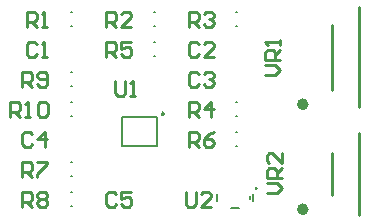
<source format=gto>
G04 Layer_Color=65535*
%FSLAX24Y24*%
%MOIN*%
G70*
G01*
G75*
%ADD22C,0.0060*%
%ADD23C,0.0100*%
%ADD24C,0.0197*%
%ADD25C,0.0079*%
D22*
X9441Y1349D02*
G03*
X9441Y1251I109J-49D01*
G01*
X9550Y1181D02*
Y1419D01*
X8817Y955D02*
X9083D01*
X8350Y1181D02*
Y1419D01*
D23*
X9650Y1590D02*
G03*
X9647Y1591I0J10D01*
G01*
X6577Y4091D02*
G03*
X6577Y4091I-39J0D01*
G01*
X12181Y1402D02*
Y2780D01*
X13067Y713D02*
Y3469D01*
X12181Y4902D02*
Y7067D01*
X13067Y4311D02*
Y7657D01*
X9950Y5400D02*
X10283D01*
X10450Y5567D01*
X10283Y5733D01*
X9950D01*
X10450Y5900D02*
X9950D01*
Y6150D01*
X10033Y6233D01*
X10200D01*
X10283Y6150D01*
Y5900D01*
Y6066D02*
X10450Y6233D01*
Y6400D02*
Y6566D01*
Y6483D01*
X9950D01*
X10033Y6400D01*
X4983Y1417D02*
X4900Y1500D01*
X4733D01*
X4650Y1417D01*
Y1083D01*
X4733Y1000D01*
X4900D01*
X4983Y1083D01*
X5483Y1500D02*
X5150D01*
Y1250D01*
X5316Y1333D01*
X5400D01*
X5483Y1250D01*
Y1083D01*
X5400Y1000D01*
X5233D01*
X5150Y1083D01*
X7300Y1500D02*
Y1083D01*
X7383Y1000D01*
X7550D01*
X7633Y1083D01*
Y1500D01*
X8133Y1000D02*
X7800D01*
X8133Y1333D01*
Y1417D01*
X8050Y1500D01*
X7883D01*
X7800Y1417D01*
X4950Y5200D02*
Y4783D01*
X5033Y4700D01*
X5200D01*
X5283Y4783D01*
Y5200D01*
X5450Y4700D02*
X5616D01*
X5533D01*
Y5200D01*
X5450Y5117D01*
X1450Y4000D02*
Y4500D01*
X1700D01*
X1783Y4417D01*
Y4250D01*
X1700Y4167D01*
X1450D01*
X1617D02*
X1783Y4000D01*
X1950D02*
X2116D01*
X2033D01*
Y4500D01*
X1950Y4417D01*
X2366D02*
X2450Y4500D01*
X2616D01*
X2700Y4417D01*
Y4083D01*
X2616Y4000D01*
X2450D01*
X2366Y4083D01*
Y4417D01*
X1850Y5000D02*
Y5500D01*
X2100D01*
X2183Y5417D01*
Y5250D01*
X2100Y5167D01*
X1850D01*
X2017D02*
X2183Y5000D01*
X2350Y5083D02*
X2433Y5000D01*
X2600D01*
X2683Y5083D01*
Y5417D01*
X2600Y5500D01*
X2433D01*
X2350Y5417D01*
Y5333D01*
X2433Y5250D01*
X2683D01*
X1850Y1000D02*
Y1500D01*
X2100D01*
X2183Y1417D01*
Y1250D01*
X2100Y1167D01*
X1850D01*
X2017D02*
X2183Y1000D01*
X2350Y1417D02*
X2433Y1500D01*
X2600D01*
X2683Y1417D01*
Y1333D01*
X2600Y1250D01*
X2683Y1167D01*
Y1083D01*
X2600Y1000D01*
X2433D01*
X2350Y1083D01*
Y1167D01*
X2433Y1250D01*
X2350Y1333D01*
Y1417D01*
X2433Y1250D02*
X2600D01*
X1850Y2000D02*
Y2500D01*
X2100D01*
X2183Y2417D01*
Y2250D01*
X2100Y2167D01*
X1850D01*
X2017D02*
X2183Y2000D01*
X2350Y2500D02*
X2683D01*
Y2417D01*
X2350Y2083D01*
Y2000D01*
X7400Y3000D02*
Y3500D01*
X7650D01*
X7733Y3417D01*
Y3250D01*
X7650Y3167D01*
X7400D01*
X7567D02*
X7733Y3000D01*
X8233Y3500D02*
X8066Y3417D01*
X7900Y3250D01*
Y3083D01*
X7983Y3000D01*
X8150D01*
X8233Y3083D01*
Y3167D01*
X8150Y3250D01*
X7900D01*
X4650Y6000D02*
Y6500D01*
X4900D01*
X4983Y6417D01*
Y6250D01*
X4900Y6167D01*
X4650D01*
X4817D02*
X4983Y6000D01*
X5483Y6500D02*
X5150D01*
Y6250D01*
X5316Y6333D01*
X5400D01*
X5483Y6250D01*
Y6083D01*
X5400Y6000D01*
X5233D01*
X5150Y6083D01*
X7400Y4000D02*
Y4500D01*
X7650D01*
X7733Y4417D01*
Y4250D01*
X7650Y4167D01*
X7400D01*
X7567D02*
X7733Y4000D01*
X8150D02*
Y4500D01*
X7900Y4250D01*
X8233D01*
X7400Y7000D02*
Y7500D01*
X7650D01*
X7733Y7417D01*
Y7250D01*
X7650Y7167D01*
X7400D01*
X7567D02*
X7733Y7000D01*
X7900Y7417D02*
X7983Y7500D01*
X8150D01*
X8233Y7417D01*
Y7333D01*
X8150Y7250D01*
X8066D01*
X8150D01*
X8233Y7167D01*
Y7083D01*
X8150Y7000D01*
X7983D01*
X7900Y7083D01*
X4650Y7000D02*
Y7500D01*
X4900D01*
X4983Y7417D01*
Y7250D01*
X4900Y7167D01*
X4650D01*
X4817D02*
X4983Y7000D01*
X5483D02*
X5150D01*
X5483Y7333D01*
Y7417D01*
X5400Y7500D01*
X5233D01*
X5150Y7417D01*
X2000Y7000D02*
Y7500D01*
X2250D01*
X2333Y7417D01*
Y7250D01*
X2250Y7167D01*
X2000D01*
X2167D02*
X2333Y7000D01*
X2500D02*
X2666D01*
X2583D01*
Y7500D01*
X2500Y7417D01*
X2183Y3417D02*
X2100Y3500D01*
X1933D01*
X1850Y3417D01*
Y3083D01*
X1933Y3000D01*
X2100D01*
X2183Y3083D01*
X2600Y3000D02*
Y3500D01*
X2350Y3250D01*
X2683D01*
X7733Y5417D02*
X7650Y5500D01*
X7483D01*
X7400Y5417D01*
Y5083D01*
X7483Y5000D01*
X7650D01*
X7733Y5083D01*
X7900Y5417D02*
X7983Y5500D01*
X8150D01*
X8233Y5417D01*
Y5333D01*
X8150Y5250D01*
X8066D01*
X8150D01*
X8233Y5167D01*
Y5083D01*
X8150Y5000D01*
X7983D01*
X7900Y5083D01*
X7733Y6417D02*
X7650Y6500D01*
X7483D01*
X7400Y6417D01*
Y6083D01*
X7483Y6000D01*
X7650D01*
X7733Y6083D01*
X8233Y6000D02*
X7900D01*
X8233Y6333D01*
Y6417D01*
X8150Y6500D01*
X7983D01*
X7900Y6417D01*
X2333D02*
X2250Y6500D01*
X2083D01*
X2000Y6417D01*
Y6083D01*
X2083Y6000D01*
X2250D01*
X2333Y6083D01*
X2500Y6000D02*
X2666D01*
X2583D01*
Y6500D01*
X2500Y6417D01*
X10000Y1450D02*
X10333D01*
X10500Y1617D01*
X10333Y1783D01*
X10000D01*
X10500Y1950D02*
X10000D01*
Y2200D01*
X10083Y2283D01*
X10250D01*
X10333Y2200D01*
Y1950D01*
Y2116D02*
X10500Y2283D01*
Y2783D02*
Y2450D01*
X10167Y2783D01*
X10083D01*
X10000Y2700D01*
Y2533D01*
X10083Y2450D01*
D24*
X11295Y909D02*
G03*
X11295Y909I-98J0D01*
G01*
Y4409D02*
G03*
X11295Y4409I-98J0D01*
G01*
D25*
X3480Y7024D02*
X3520D01*
X3480Y7476D02*
X3520D01*
X6341Y3028D02*
Y3972D01*
X5159Y3028D02*
X6341D01*
X5159D02*
Y3972D01*
X6341D01*
X3480Y5024D02*
X3520D01*
X3480Y5476D02*
X3520D01*
X3480Y4476D02*
X3520D01*
X3480Y4024D02*
X3520D01*
X3480Y2476D02*
X3520D01*
X3480Y2024D02*
X3520D01*
X3480Y1476D02*
X3520D01*
X3480Y1024D02*
X3520D01*
X8980Y4024D02*
X9020D01*
X8980Y4476D02*
X9020D01*
X6230Y7024D02*
X6270D01*
X6230Y7476D02*
X6270D01*
X8980Y7024D02*
X9020D01*
X8980Y7476D02*
X9020D01*
X8980Y3476D02*
X9020D01*
X8980Y3024D02*
X9020D01*
X6230Y6476D02*
X6270D01*
X6230Y6024D02*
X6270D01*
M02*

</source>
